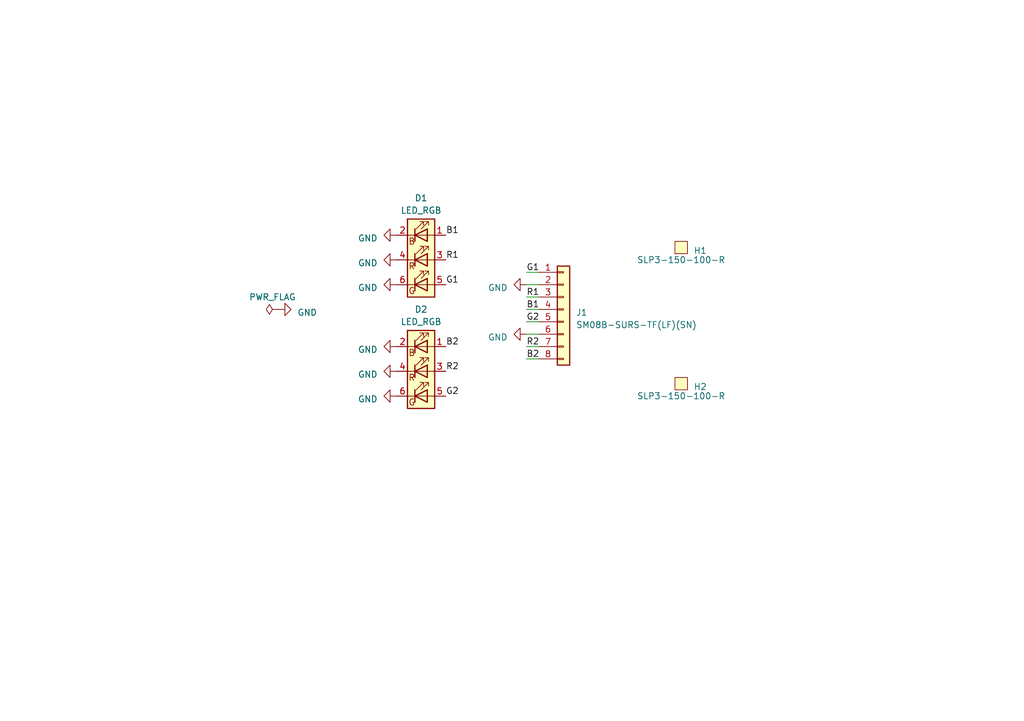
<source format=kicad_sch>
(kicad_sch (version 20230121) (generator eeschema)
  (paper "A5")
  (title_block (title "PCIe Bracket LED PCB") (date "2023-03-24") (rev "A") (company "Open Ephys, Inc") (comment 1 "Cris Sharp"))
  (lib_symbols
    (symbol "Connector_Generic:Conn_01x08" (pin_names (offset 1.016) hide)
      (property "Reference" "J" (at 0 10.16 0))
      (property "Value" "Conn_01x08" (at 0 -12.7 0))
      (symbol "Conn_01x08_1_1"
        (rectangle (start -1.27 -10.033) (end 0 -10.287) (stroke (width 0.1524)))
        (rectangle (start -1.27 -7.493) (end 0 -7.747) (stroke (width 0.1524)))
        (rectangle (start -1.27 -4.953) (end 0 -5.207) (stroke (width 0.1524)))
        (rectangle (start -1.27 -2.413) (end 0 -2.667) (stroke (width 0.1524)))
        (rectangle (start -1.27 0.127) (end 0 -0.127) (stroke (width 0.1524)))
        (rectangle (start -1.27 2.667) (end 0 2.413) (stroke (width 0.1524)))
        (rectangle (start -1.27 5.207) (end 0 4.953) (stroke (width 0.1524)))
        (rectangle (start -1.27 7.747) (end 0 7.493) (stroke (width 0.1524)))
        (rectangle (start -1.27 8.89) (end 1.27 -11.43) (stroke (width 0.254)) (fill (type background)))
        (pin passive line (at -5.08 7.62 0) (length 3.81) (name "Pin_1") (number "1"))
        (pin passive line (at -5.08 5.08 0) (length 3.81) (name "Pin_2") (number "2"))
        (pin passive line (at -5.08 2.54 0) (length 3.81) (name "Pin_3") (number "3"))
        (pin passive line (at -5.08 0 0) (length 3.81) (name "Pin_4") (number "4"))
        (pin passive line (at -5.08 -2.54 0) (length 3.81) (name "Pin_5") (number "5"))
        (pin passive line (at -5.08 -5.08 0) (length 3.81) (name "Pin_6") (number "6"))
        (pin passive line (at -5.08 -7.62 0) (length 3.81) (name "Pin_7") (number "7"))
        (pin passive line (at -5.08 -10.16 0) (length 3.81) (name "Pin_8") (number "8"))
      )
    )
    (symbol "Open Ephys:EAST1616RGBA8" (pin_names (offset 0) hide)
      (property "Reference" "D1" (at 0 12.7 0))
      (property "Value" "LED_RGB" (at 0 10.16 0))
      (symbol "EAST1616RGBA8_0_0"
        (text "B" (at -1.905 3.81 0) (effects (font (size 1.27 1.27))))
        (text "G" (at -1.905 -6.35 0) (effects (font (size 1.27 1.27))))
        (text "R" (at -1.905 -1.27 0) (effects (font (size 1.27 1.27))))
      )
      (symbol "EAST1616RGBA8_0_1"
        (rectangle (start -2.794 8.382) (end 2.794 -7.62) (stroke (width 0.254)) (fill (type background)))
        (polyline (pts (xy -1.27 -5.08) (xy -2.54 -5.08)))
        (polyline (pts (xy -1.27 -5.08) (xy 1.27 -5.08)))
        (polyline (pts (xy -1.27 -3.81) (xy -1.27 -6.35)) (stroke (width 0.254)))
        (polyline (pts (xy -1.27 0) (xy -2.54 0)))
        (polyline (pts (xy -1.27 1.27) (xy -1.27 -1.27)) (stroke (width 0.254)))
        (polyline (pts (xy -1.27 5.08) (xy -2.54 5.08)))
        (polyline (pts (xy -1.27 5.08) (xy 1.27 5.08)))
        (polyline (pts (xy -1.27 6.35) (xy -1.27 3.81)) (stroke (width 0.254)))
        (polyline (pts (xy 1.27 -5.08) (xy 2.54 -5.08)))
        (polyline (pts (xy 1.27 0) (xy -1.27 0)))
        (polyline (pts (xy 1.27 0) (xy 2.54 0)))
        (polyline (pts (xy 1.27 5.08) (xy 2.54 5.08)))
        (polyline (pts (xy -1.27 1.27) (xy -1.27 -1.27) (xy -1.27 -1.27)))
        (polyline (pts (xy -1.27 6.35) (xy -1.27 3.81) (xy -1.27 3.81)))
        (polyline (pts (xy 1.27 -3.81) (xy 1.27 -6.35) (xy -1.27 -5.08) (xy 1.27 -3.81)) (stroke (width 0.254)))
        (polyline (pts (xy 1.27 1.27) (xy 1.27 -1.27) (xy -1.27 0) (xy 1.27 1.27)) (stroke (width 0.254)))
        (polyline (pts (xy 1.27 6.35) (xy 1.27 3.81) (xy -1.27 5.08) (xy 1.27 6.35)) (stroke (width 0.254)))
        (polyline (pts (xy -1.016 -3.81) (xy 0.508 -2.286) (xy -0.254 -2.286) (xy 0.508 -2.286) (xy 0.508 -3.048)))
        (polyline (pts (xy -1.016 1.27) (xy 0.508 2.794) (xy -0.254 2.794) (xy 0.508 2.794) (xy 0.508 2.032)))
        (polyline (pts (xy -1.016 6.35) (xy 0.508 7.874) (xy -0.254 7.874) (xy 0.508 7.874) (xy 0.508 7.112)))
        (polyline (pts (xy 0 -3.81) (xy 1.524 -2.286) (xy 0.762 -2.286) (xy 1.524 -2.286) (xy 1.524 -3.048)))
        (polyline (pts (xy 0 1.27) (xy 1.524 2.794) (xy 0.762 2.794) (xy 1.524 2.794) (xy 1.524 2.032)))
        (polyline (pts (xy 0 6.35) (xy 1.524 7.874) (xy 0.762 7.874) (xy 1.524 7.874) (xy 1.524 7.112)))
        (rectangle (start 1.27 -1.27) (end 1.27 1.27))
        (rectangle (start 1.27 1.27) (end 1.27 1.27))
        (rectangle (start 1.27 3.81) (end 1.27 6.35))
        (rectangle (start 1.27 6.35) (end 1.27 6.35))
      )
      (symbol "EAST1616RGBA8_1_1"
        (pin passive line (at 5.08 5.08 180) (length 2.54) (name "BA") (number "1"))
        (pin passive line (at -5.08 5.08 0) (length 2.54) (name "BK") (number "2"))
        (pin passive line (at 5.08 0 180) (length 2.54) (name "RA") (number "3"))
        (pin passive line (at -5.08 0 0) (length 2.54) (name "RK") (number "4"))
        (pin passive line (at 5.08 -5.08 180) (length 2.54) (name "GA") (number "5"))
        (pin passive line (at -5.08 -5.08 0) (length 2.54) (name "GK") (number "6"))
      )
    )
    (symbol "Open Ephys:SLP3-150-100-R"
      (property "Reference" "H" (at 0 2.54 0))
      (property "Value" "SLP3-150-100-R" (at 0 0 0))
      (symbol "SLP3-150-100-R_0_1"
        (rectangle (start -1.27 1.27) (end 1.27 -1.27) (fill (type color) (color 255 255 194 1)))
      )
    )
    (symbol "power:GND" (power) (pin_names (offset 0))
      (property "Value" "GND" (at 0 -3.81 0))
      (symbol "GND_0_1"
        (polyline (pts (xy 0 0) (xy 0 -1.27) (xy 1.27 -1.27) (xy 0 -2.54) (xy -1.27 -1.27) (xy 0 -1.27)))
      )
      (symbol "GND_1_1"
        (pin power_in line (at 0 0 270) (length 0) hide (name "GND") (number "1"))
      )
    )
    (symbol "power:PWR_FLAG" (power) (pin_numbers hide) (pin_names (offset 0) hide)
      (property "Value" "PWR_FLAG" (at 0 3.81 0))
      (symbol "PWR_FLAG_0_0"
        (pin power_out line (at 0 0 90) (length 0) (name "pwr") (number "1"))
      )
      (symbol "PWR_FLAG_0_1"
        (polyline (pts (xy 0 0) (xy 0 1.27) (xy -1.016 1.905) (xy 0 2.54) (xy 1.016 1.905) (xy 0 1.27)))
      )
    )
  )
  (wire (pts (xy 107.95 71.12) (xy 110.49 71.12)))
  (wire (pts (xy 107.95 68.58) (xy 110.49 68.58)))
  (wire (pts (xy 107.95 58.42) (xy 110.49 58.42)))
  (wire (pts (xy 107.95 55.88) (xy 110.49 55.88)))
  (wire (pts (xy 107.95 60.96) (xy 110.49 60.96)))
  (wire (pts (xy 107.95 63.5) (xy 110.49 63.5)))
  (wire (pts (xy 107.95 66.04) (xy 110.49 66.04)))
  (wire (pts (xy 107.95 73.66) (xy 110.49 73.66)))
  (label "R2" (at 91.44 76.2 0))
  (label "R2" (at 107.95 71.12 0))
  (label "B1" (at 107.95 63.5 0))
  (label "G1" (at 107.95 55.88 0))
  (label "G2" (at 107.95 66.04 0))
  (label "B1" (at 91.44 48.26 0))
  (label "R1" (at 107.95 60.96 0))
  (label "B2" (at 107.95 73.66 0))
  (label "G2" (at 91.44 81.28 0))
  (label "R1" (at 91.44 53.34 0))
  (label "G1" (at 91.44 58.42 0))
  (label "B2" (at 91.44 71.12 0))
  (symbol (lib_id "power:GND") (at 107.95 58.42 270) (unit 1)
    (property "Reference" "#PWR04" (effects hide))
    (property "Value" "GND" (at 104.14 59.055 90) (effects (justify right)))
  )
  (symbol (lib_id "Open Ephys:SLP3-150-100-R") (at 139.7 78.74 0) (unit 1)
    (property "Reference" "H2" (at 142.24 79.375 0) (effects (justify left)))
    (property "Value" "SLP3-150-100-R" (at 139.7 81.28 0))
    (property "Footprint" "Open Ephys:BIVAR_SLP3-150-100-R" (effects hide))
    (property "Datasheet" "https://www.bivar.com/parts_content/Datasheets/SLP3-150-XXX-X.pdf" (effects hide))
  )
  (symbol (lib_id "Open Ephys:SLP3-150-100-R") (at 139.7 50.8 0) (unit 1)
    (property "Reference" "H1" (at 142.24 51.435 0) (effects (justify left)))
    (property "Value" "SLP3-150-100-R" (at 139.7 53.34 0))
    (property "Footprint" "Open Ephys:BIVAR_SLP3-150-100-R" (effects hide))
    (property "Datasheet" "https://www.bivar.com/parts_content/Datasheets/SLP3-150-XXX-X.pdf" (effects hide))
  )
  (symbol (lib_id "power:GND") (at 81.28 76.2 270) (unit 1)
    (property "Reference" "#PWR08" (effects hide))
    (property "Value" "GND" (at 77.47 76.835 90) (effects (justify right)))
  )
  (symbol (lib_id "power:GND") (at 81.28 58.42 270) (unit 1)
    (property "Reference" "#PWR07" (effects hide))
    (property "Value" "GND" (at 77.47 59.055 90) (effects (justify right)))
  )
  (symbol (lib_id "power:GND") (at 81.28 48.26 270) (unit 1)
    (property "Reference" "#PWR01" (effects hide))
    (property "Value" "GND" (at 77.47 48.895 90) (effects (justify right)))
  )
  (symbol (lib_id "power:GND") (at 57.15 63.5 90) (unit 1)
    (property "Reference" "#PWR05" (effects hide))
    (property "Value" "GND" (at 60.96 64.135 90) (effects (justify right)))
  )
  (symbol (lib_id "Connector_Generic:Conn_01x08") (at 115.57 63.5 0) (unit 1)
    (property "Reference" "J1" (at 118.11 64.135 0) (effects (justify left)))
    (property "Value" "SM08B-SURS-TF(LF)(SN)" (at 118.11 66.675 0) (effects (justify left)))
    (property "Footprint" "Open Ephys:JST_SM08B-SURS-TF(LF)(SN)" (effects hide))
    (property "Datasheet" "https://www.jst-mfg.com/product/pdf/eng/eSUR.pdf" (effects hide))
  )
  (symbol (lib_id "power:PWR_FLAG") (at 57.15 63.5 90) (unit 1)
    (property "Reference" "#FLG01" (effects hide))
    (property "Value" "PWR_FLAG" (at 55.88 60.96 90))
  )
  (symbol (lib_id "power:GND") (at 81.28 71.12 270) (unit 1)
    (property "Reference" "#PWR02" (effects hide))
    (property "Value" "GND" (at 77.47 71.755 90) (effects (justify right)))
  )
  (symbol (lib_id "power:GND") (at 81.28 81.28 270) (unit 1)
    (property "Reference" "#PWR09" (effects hide))
    (property "Value" "GND" (at 77.47 81.915 90) (effects (justify right)))
  )
  (symbol (lib_id "Open Ephys:EAST1616RGBA8") (at 86.36 76.2 0) (unit 1)
    (property "Reference" "D2" (at 86.36 63.5 0))
    (property "Value" "LED_RGB" (at 86.36 66.04 0))
    (property "Footprint" "Open Ephys:EVERLIGHT_6-SMD-1.6x1.6" (effects hide))
    (property "Datasheet" "https://everlightamericas.com/index.php?controller=attachment&id_attachment=2142" (effects hide))
  )
  (symbol (lib_id "power:GND") (at 81.28 53.34 270) (unit 1)
    (property "Reference" "#PWR06" (effects hide))
    (property "Value" "GND" (at 77.47 53.975 90) (effects (justify right)))
  )
  (symbol (lib_id "Open Ephys:EAST1616RGBA8") (at 86.36 53.34 0) (unit 1)
    (property "Reference" "D1" (at 86.36 40.64 0))
    (property "Value" "LED_RGB" (at 86.36 43.18 0))
    (property "Footprint" "Open Ephys:EVERLIGHT_6-SMD-1.6x1.6" (effects hide))
    (property "Datasheet" "https://everlightamericas.com/index.php?controller=attachment&id_attachment=2142" (effects hide))
  )
  (symbol (lib_id "power:GND") (at 107.95 68.58 270) (unit 1)
    (property "Reference" "#PWR03" (effects hide))
    (property "Value" "GND" (at 104.14 69.215 90) (effects (justify right)))
  )
)
</source>
